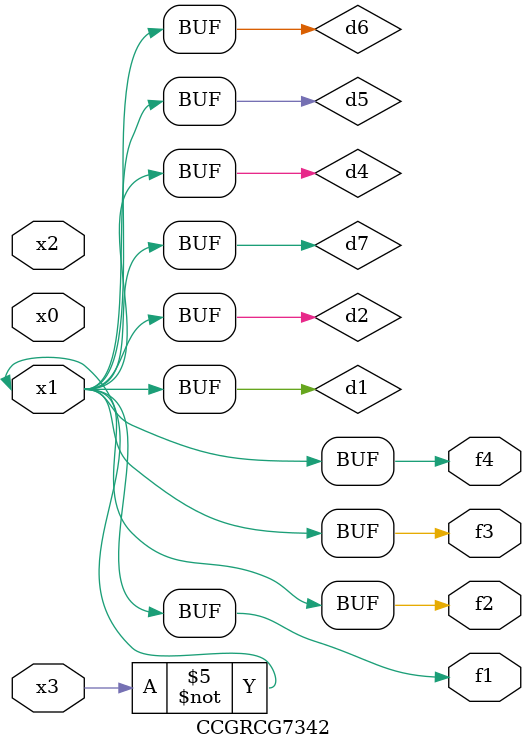
<source format=v>
module CCGRCG7342(
	input x0, x1, x2, x3,
	output f1, f2, f3, f4
);

	wire d1, d2, d3, d4, d5, d6, d7;

	not (d1, x3);
	buf (d2, x1);
	xnor (d3, d1, d2);
	nor (d4, d1);
	buf (d5, d1, d2);
	buf (d6, d4, d5);
	nand (d7, d4);
	assign f1 = d6;
	assign f2 = d7;
	assign f3 = d6;
	assign f4 = d6;
endmodule

</source>
